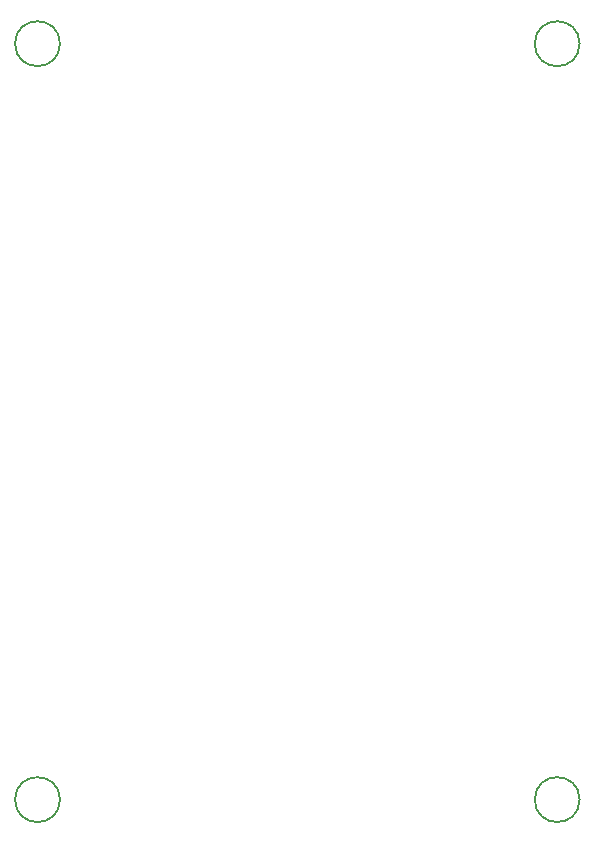
<source format=gbr>
%TF.GenerationSoftware,KiCad,Pcbnew,8.0.2*%
%TF.CreationDate,2024-10-27T20:41:52-03:00*%
%TF.ProjectId,LumiCom_Transmitter,4c756d69-436f-46d5-9f54-72616e736d69,rev?*%
%TF.SameCoordinates,Original*%
%TF.FileFunction,Other,Comment*%
%FSLAX46Y46*%
G04 Gerber Fmt 4.6, Leading zero omitted, Abs format (unit mm)*
G04 Created by KiCad (PCBNEW 8.0.2) date 2024-10-27 20:41:52*
%MOMM*%
%LPD*%
G01*
G04 APERTURE LIST*
%ADD10C,0.150000*%
G04 APERTURE END LIST*
D10*
%TO.C,H2*%
X48900000Y3000000D02*
G75*
G02*
X45100000Y3000000I-1900000J0D01*
G01*
X45100000Y3000000D02*
G75*
G02*
X48900000Y3000000I1900000J0D01*
G01*
%TO.C,H1*%
X4900000Y67000000D02*
G75*
G02*
X1100000Y67000000I-1900000J0D01*
G01*
X1100000Y67000000D02*
G75*
G02*
X4900000Y67000000I1900000J0D01*
G01*
%TO.C,H4*%
X4900000Y3000000D02*
G75*
G02*
X1100000Y3000000I-1900000J0D01*
G01*
X1100000Y3000000D02*
G75*
G02*
X4900000Y3000000I1900000J0D01*
G01*
%TO.C,H3*%
X48900000Y67000000D02*
G75*
G02*
X45100000Y67000000I-1900000J0D01*
G01*
X45100000Y67000000D02*
G75*
G02*
X48900000Y67000000I1900000J0D01*
G01*
%TD*%
M02*

</source>
